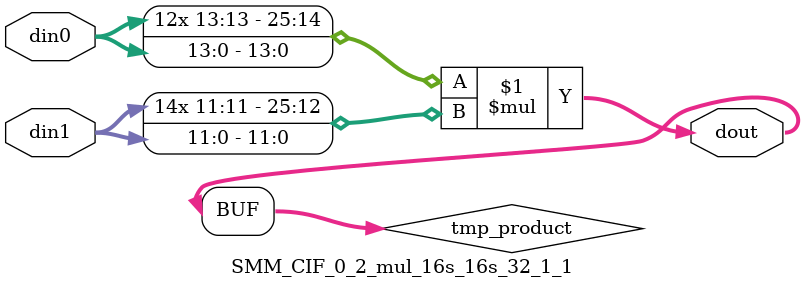
<source format=v>

`timescale 1 ns / 1 ps

  module SMM_CIF_0_2_mul_16s_16s_32_1_1(din0, din1, dout);
parameter ID = 1;
parameter NUM_STAGE = 0;
parameter din0_WIDTH = 14;
parameter din1_WIDTH = 12;
parameter dout_WIDTH = 26;

input [din0_WIDTH - 1 : 0] din0; 
input [din1_WIDTH - 1 : 0] din1; 
output [dout_WIDTH - 1 : 0] dout;

wire signed [dout_WIDTH - 1 : 0] tmp_product;













assign tmp_product = $signed(din0) * $signed(din1);








assign dout = tmp_product;







endmodule

</source>
